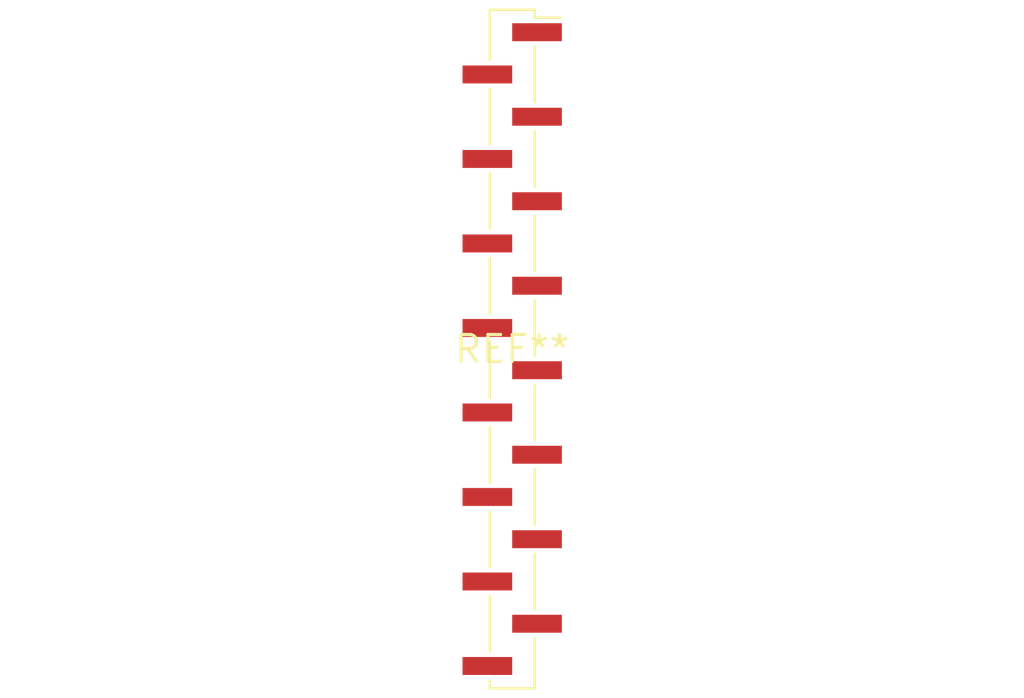
<source format=kicad_pcb>
(kicad_pcb (version 20240108) (generator pcbnew)
  (layers (0 "F.Cu" signal) (31 "B.Cu" signal) (34 "B.Paste" user) (35 "F.Paste" user) (36 "B.SilkS" user "B.Silkscreen") (37 "F.SilkS" user "F.Silkscreen") (38 "B.Mask" user) (39 "F.Mask" user) (44 "Edge.Cuts" user))
  (net 0 "")
  (footprint "PinHeader_1x16_P2.00mm_Vertical_SMD_Pin1Right" (layer "F.Cu") (at 0 0)
    (property "Reference" "REF**")
    (property "Value" "PinHeader_1x16_P2.00mm_Vertical_SMD_Pin1Right")
    (fp_line (start -1.06 -16.06) (end -1.06 -13.685) (layer "F.SilkS") (stroke (width 0.12)))
    (fp_line (start -1.06 -16.06) (end 1.06 -16.06) (layer "F.SilkS") (stroke (width 0.12)))
    (fp_line (start -1.06 -12.315) (end -1.06 -9.685) (layer "F.SilkS") (stroke (width 0.12)))
    (fp_line (start -1.06 -8.315) (end -1.06 -5.685) (layer "F.SilkS") (stroke (width 0.12)))
    (fp_line (start -1.06 -4.315) (end -1.06 -1.685) (layer "F.SilkS") (stroke (width 0.12)))
    (fp_line (start -1.06 -0.315) (end -1.06 2.315) (layer "F.SilkS") (stroke (width 0.12)))
    (fp_line (start -1.06 3.685) (end -1.06 6.315) (layer "F.SilkS") (stroke (width 0.12)))
    (fp_line (start -1.06 7.685) (end -1.06 10.315) (layer "F.SilkS") (stroke (width 0.12)))
    (fp_line (start -1.06 11.685) (end -1.06 14.315) (layer "F.SilkS") (stroke (width 0.12)))
    (fp_line (start -1.06 15.685) (end -1.06 16.06) (layer "F.SilkS") (stroke (width 0.12)))
    (fp_line (start -1.06 16.06) (end 1.06 16.06) (layer "F.SilkS") (stroke (width 0.12)))
    (fp_line (start 1.06 -16.06) (end 1.06 -15.685) (layer "F.SilkS") (stroke (width 0.12)))
    (fp_line (start 1.06 -15.685) (end 2.29 -15.685) (layer "F.SilkS") (stroke (width 0.12)))
    (fp_line (start 1.06 -14.315) (end 1.06 -11.685) (layer "F.SilkS") (stroke (width 0.12)))
    (fp_line (start 1.06 -10.315) (end 1.06 -7.685) (layer "F.SilkS") (stroke (width 0.12)))
    (fp_line (start 1.06 -6.315) (end 1.06 -3.685) (layer "F.SilkS") (stroke (width 0.12)))
    (fp_line (start 1.06 -2.315) (end 1.06 0.315) (layer "F.SilkS") (stroke (width 0.12)))
    (fp_line (start 1.06 1.685) (end 1.06 4.315) (layer "F.SilkS") (stroke (width 0.12)))
    (fp_line (start 1.06 5.685) (end 1.06 8.315) (layer "F.SilkS") (stroke (width 0.12)))
    (fp_line (start 1.06 9.685) (end 1.06 12.315) (layer "F.SilkS") (stroke (width 0.12)))
    (fp_line (start 1.06 13.685) (end 1.06 16.06) (layer "F.SilkS") (stroke (width 0.12)))
    (pad "1" smd rect (at 1.175 -15) (size 2.35 0.85) (layers "F.Cu" "F.Paste" "F.Mask"))
    (pad "2" smd rect (at -1.175 -13) (size 2.35 0.85) (layers "F.Cu" "F.Paste" "F.Mask"))
    (pad "3" smd rect (at 1.175 -11) (size 2.35 0.85) (layers "F.Cu" "F.Paste" "F.Mask"))
    (pad "4" smd rect (at -1.175 -9) (size 2.35 0.85) (layers "F.Cu" "F.Paste" "F.Mask"))
    (pad "5" smd rect (at 1.175 -7) (size 2.35 0.85) (layers "F.Cu" "F.Paste" "F.Mask"))
    (pad "6" smd rect (at -1.175 -5) (size 2.35 0.85) (layers "F.Cu" "F.Paste" "F.Mask"))
    (pad "7" smd rect (at 1.175 -3) (size 2.35 0.85) (layers "F.Cu" "F.Paste" "F.Mask"))
    (pad "8" smd rect (at -1.175 -1) (size 2.35 0.85) (layers "F.Cu" "F.Paste" "F.Mask"))
    (pad "9" smd rect (at 1.175 1) (size 2.35 0.85) (layers "F.Cu" "F.Paste" "F.Mask"))
    (pad "10" smd rect (at -1.175 3) (size 2.35 0.85) (layers "F.Cu" "F.Paste" "F.Mask"))
    (pad "11" smd rect (at 1.175 5) (size 2.35 0.85) (layers "F.Cu" "F.Paste" "F.Mask"))
    (pad "12" smd rect (at -1.175 7) (size 2.35 0.85) (layers "F.Cu" "F.Paste" "F.Mask"))
    (pad "13" smd rect (at 1.175 9) (size 2.35 0.85) (layers "F.Cu" "F.Paste" "F.Mask"))
    (pad "14" smd rect (at -1.175 11) (size 2.35 0.85) (layers "F.Cu" "F.Paste" "F.Mask"))
    (pad "15" smd rect (at 1.175 13) (size 2.35 0.85) (layers "F.Cu" "F.Paste" "F.Mask"))
    (pad "16" smd rect (at -1.175 15) (size 2.35 0.85) (layers "F.Cu" "F.Paste" "F.Mask"))
  )
)
</source>
